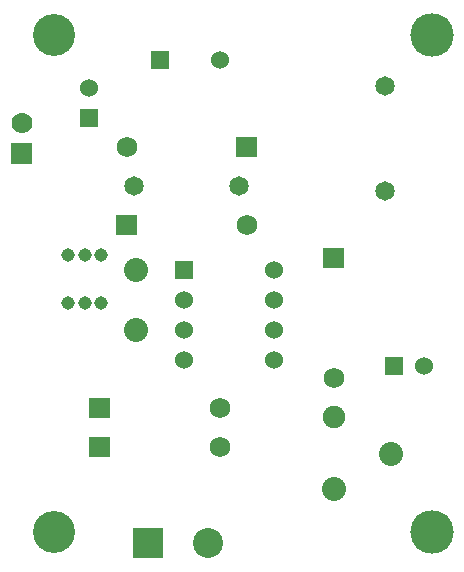
<source format=gbl>
G04 start of page 7 for group 5 idx 5 *
G04 Title: (unknown), bottom *
G04 Creator: pcb 20110918 *
G04 CreationDate: Tue 15 Sep 2015 17:39:26 GMT UTC *
G04 For: ksarkies *
G04 Format: Gerber/RS-274X *
G04 PCB-Dimensions: 157480 196850 *
G04 PCB-Coordinate-Origin: lower left *
%MOIN*%
%FSLAX25Y25*%
%LNBOTTOM*%
%ADD142C,0.0290*%
%ADD141C,0.0400*%
%ADD140C,0.0300*%
%ADD139C,0.0350*%
%ADD138C,0.0280*%
%ADD137C,0.0380*%
%ADD136C,0.1240*%
%ADD135C,0.0590*%
%ADD134C,0.0280*%
%ADD133C,0.1450*%
%ADD132C,0.0750*%
%ADD131C,0.0450*%
%ADD130C,0.0700*%
%ADD129C,0.0650*%
%ADD128C,0.0800*%
%ADD127C,0.0680*%
%ADD126C,0.0600*%
%ADD125C,0.1400*%
%ADD124C,0.1000*%
%ADD123C,0.0001*%
%ADD122C,0.0800*%
G54D122*X109000Y29850D03*
G54D123*G36*
X42244Y16811D02*Y6811D01*
X52244D01*
Y16811D01*
X42244D01*
G37*
G54D124*X67244Y11811D03*
G54D125*X15748Y15748D03*
G54D123*G36*
X27600Y47250D02*Y40450D01*
X34400D01*
Y47250D01*
X27600D01*
G37*
G36*
Y60250D02*Y53450D01*
X34400D01*
Y60250D01*
X27600D01*
G37*
G54D126*X89000Y72850D03*
G54D127*X71000Y43850D03*
Y56850D03*
G54D126*X89000Y82850D03*
Y92850D03*
Y102850D03*
G54D128*X43000Y82850D03*
G54D123*G36*
X48000Y175850D02*Y169850D01*
X54000D01*
Y175850D01*
X48000D01*
G37*
G54D126*X71000Y172850D03*
G54D129*X77500Y130850D03*
G54D123*G36*
X76600Y147250D02*Y140450D01*
X83400D01*
Y147250D01*
X76600D01*
G37*
G54D127*X80000Y117850D03*
G54D123*G36*
X1500Y145350D02*Y138350D01*
X8500D01*
Y145350D01*
X1500D01*
G37*
G54D129*X42500Y130850D03*
G54D127*X40000Y143850D03*
G54D123*G36*
X24559Y156543D02*Y150543D01*
X30559D01*
Y156543D01*
X24559D01*
G37*
G54D126*X27559Y163543D03*
G54D125*X15748Y181102D03*
G54D130*X5000Y151850D03*
G54D123*G36*
X36600Y121250D02*Y114450D01*
X43400D01*
Y121250D01*
X36600D01*
G37*
G54D131*X31500Y107850D03*
X20500D03*
X26000D03*
X20500Y91850D03*
X26000D03*
X31500D03*
G54D123*G36*
X56000Y105850D02*Y99850D01*
X62000D01*
Y105850D01*
X56000D01*
G37*
G54D126*X59000Y92850D03*
Y82850D03*
Y72850D03*
G54D128*X43000Y102850D03*
G54D123*G36*
X105600Y110250D02*Y103450D01*
X112400D01*
Y110250D01*
X105600D01*
G37*
G54D132*X109000Y53850D03*
G54D122*X128000Y41750D03*
G54D127*X109000Y66850D03*
G54D123*G36*
X126000Y73850D02*Y67850D01*
X132000D01*
Y73850D01*
X126000D01*
G37*
G54D126*X139000Y70850D03*
G54D133*X141732Y15748D03*
G54D129*X126000Y129350D03*
G54D133*X141732Y181102D03*
G54D129*X126000Y164350D03*
G54D134*G54D135*G54D136*G54D137*G54D138*G54D137*G54D138*G54D139*G54D140*G54D141*G54D137*G54D141*G54D137*G54D140*G54D136*G54D137*G54D142*G54D138*G54D139*G54D137*G54D134*G54D137*G54D140*G54D136*G54D141*G54D136*G54D141*M02*

</source>
